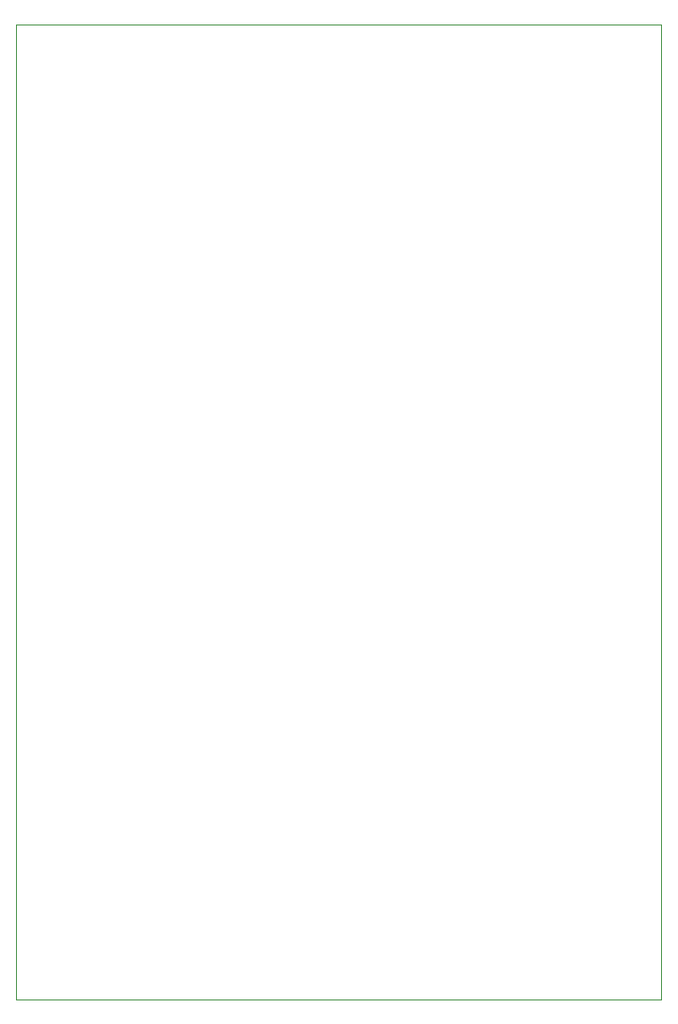
<source format=gbr>
%TF.GenerationSoftware,KiCad,Pcbnew,8.0.7-8.0.7-0~ubuntu24.04.1*%
%TF.CreationDate,2025-01-10T19:12:34-06:00*%
%TF.ProjectId,edge_human_detection_board,65646765-5f68-4756-9d61-6e5f64657465,rev?*%
%TF.SameCoordinates,Original*%
%TF.FileFunction,Profile,NP*%
%FSLAX46Y46*%
G04 Gerber Fmt 4.6, Leading zero omitted, Abs format (unit mm)*
G04 Created by KiCad (PCBNEW 8.0.7-8.0.7-0~ubuntu24.04.1) date 2025-01-10 19:12:34*
%MOMM*%
%LPD*%
G01*
G04 APERTURE LIST*
%TA.AperFunction,Profile*%
%ADD10C,0.050000*%
%TD*%
G04 APERTURE END LIST*
D10*
X114500000Y-33000000D02*
X172500000Y-33000000D01*
X172500000Y-120500000D01*
X114500000Y-120500000D01*
X114500000Y-33000000D01*
M02*

</source>
